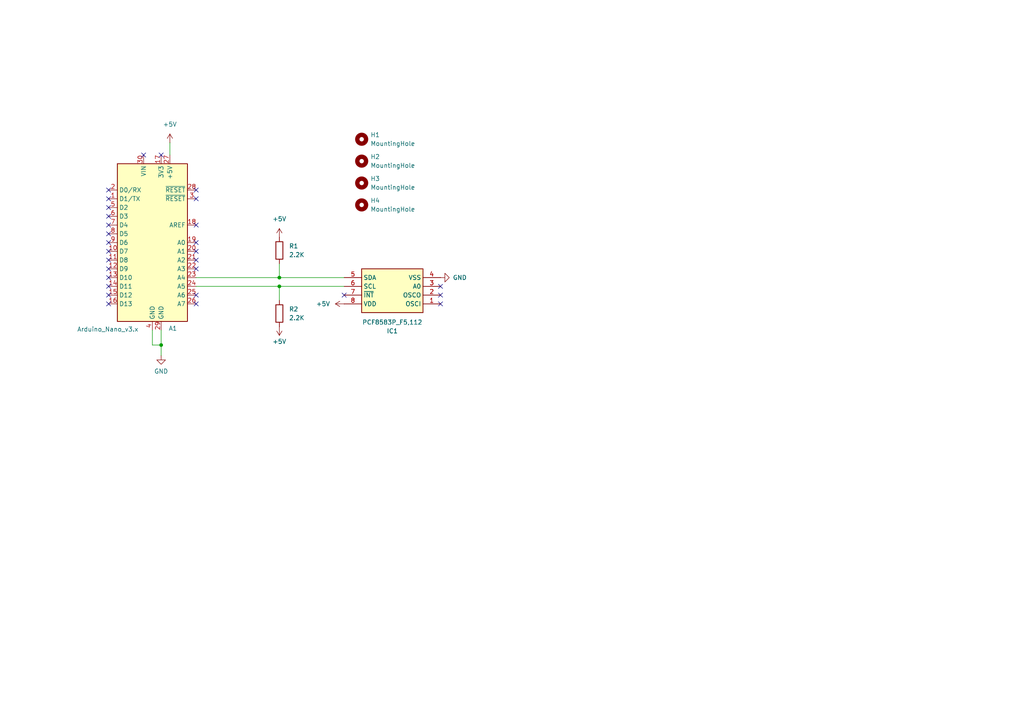
<source format=kicad_sch>
(kicad_sch
	(version 20250114)
	(generator "eeschema")
	(generator_version "9.0")
	(uuid "e08bb17c-82f7-4866-a73f-f46d86d13755")
	(paper "A4")
	(lib_symbols
		(symbol "Device:R"
			(pin_numbers
				(hide yes)
			)
			(pin_names
				(offset 0)
			)
			(exclude_from_sim no)
			(in_bom yes)
			(on_board yes)
			(property "Reference" "R"
				(at 2.032 0 90)
				(effects
					(font
						(size 1.27 1.27)
					)
				)
			)
			(property "Value" "R"
				(at 0 0 90)
				(effects
					(font
						(size 1.27 1.27)
					)
				)
			)
			(property "Footprint" ""
				(at -1.778 0 90)
				(effects
					(font
						(size 1.27 1.27)
					)
					(hide yes)
				)
			)
			(property "Datasheet" "~"
				(at 0 0 0)
				(effects
					(font
						(size 1.27 1.27)
					)
					(hide yes)
				)
			)
			(property "Description" "Resistor"
				(at 0 0 0)
				(effects
					(font
						(size 1.27 1.27)
					)
					(hide yes)
				)
			)
			(property "ki_keywords" "R res resistor"
				(at 0 0 0)
				(effects
					(font
						(size 1.27 1.27)
					)
					(hide yes)
				)
			)
			(property "ki_fp_filters" "R_*"
				(at 0 0 0)
				(effects
					(font
						(size 1.27 1.27)
					)
					(hide yes)
				)
			)
			(symbol "R_0_1"
				(rectangle
					(start -1.016 -2.54)
					(end 1.016 2.54)
					(stroke
						(width 0.254)
						(type default)
					)
					(fill
						(type none)
					)
				)
			)
			(symbol "R_1_1"
				(pin passive line
					(at 0 3.81 270)
					(length 1.27)
					(name "~"
						(effects
							(font
								(size 1.27 1.27)
							)
						)
					)
					(number "1"
						(effects
							(font
								(size 1.27 1.27)
							)
						)
					)
				)
				(pin passive line
					(at 0 -3.81 90)
					(length 1.27)
					(name "~"
						(effects
							(font
								(size 1.27 1.27)
							)
						)
					)
					(number "2"
						(effects
							(font
								(size 1.27 1.27)
							)
						)
					)
				)
			)
			(embedded_fonts no)
		)
		(symbol "MCU_Module:Arduino_Nano_v3.x"
			(exclude_from_sim no)
			(in_bom yes)
			(on_board yes)
			(property "Reference" "A"
				(at -10.16 23.495 0)
				(effects
					(font
						(size 1.27 1.27)
					)
					(justify left bottom)
				)
			)
			(property "Value" "Arduino_Nano_v3.x"
				(at 5.08 -24.13 0)
				(effects
					(font
						(size 1.27 1.27)
					)
					(justify left top)
				)
			)
			(property "Footprint" "Module:Arduino_Nano"
				(at 0 0 0)
				(effects
					(font
						(size 1.27 1.27)
						(italic yes)
					)
					(hide yes)
				)
			)
			(property "Datasheet" "http://www.mouser.com/pdfdocs/Gravitech_Arduino_Nano3_0.pdf"
				(at 0 0 0)
				(effects
					(font
						(size 1.27 1.27)
					)
					(hide yes)
				)
			)
			(property "Description" "Arduino Nano v3.x"
				(at 0 0 0)
				(effects
					(font
						(size 1.27 1.27)
					)
					(hide yes)
				)
			)
			(property "ki_keywords" "Arduino nano microcontroller module USB"
				(at 0 0 0)
				(effects
					(font
						(size 1.27 1.27)
					)
					(hide yes)
				)
			)
			(property "ki_fp_filters" "Arduino*Nano*"
				(at 0 0 0)
				(effects
					(font
						(size 1.27 1.27)
					)
					(hide yes)
				)
			)
			(symbol "Arduino_Nano_v3.x_0_1"
				(rectangle
					(start -10.16 22.86)
					(end 10.16 -22.86)
					(stroke
						(width 0.254)
						(type default)
					)
					(fill
						(type background)
					)
				)
			)
			(symbol "Arduino_Nano_v3.x_1_1"
				(pin bidirectional line
					(at -12.7 15.24 0)
					(length 2.54)
					(name "D0/RX"
						(effects
							(font
								(size 1.27 1.27)
							)
						)
					)
					(number "2"
						(effects
							(font
								(size 1.27 1.27)
							)
						)
					)
				)
				(pin bidirectional line
					(at -12.7 12.7 0)
					(length 2.54)
					(name "D1/TX"
						(effects
							(font
								(size 1.27 1.27)
							)
						)
					)
					(number "1"
						(effects
							(font
								(size 1.27 1.27)
							)
						)
					)
				)
				(pin bidirectional line
					(at -12.7 10.16 0)
					(length 2.54)
					(name "D2"
						(effects
							(font
								(size 1.27 1.27)
							)
						)
					)
					(number "5"
						(effects
							(font
								(size 1.27 1.27)
							)
						)
					)
				)
				(pin bidirectional line
					(at -12.7 7.62 0)
					(length 2.54)
					(name "D3"
						(effects
							(font
								(size 1.27 1.27)
							)
						)
					)
					(number "6"
						(effects
							(font
								(size 1.27 1.27)
							)
						)
					)
				)
				(pin bidirectional line
					(at -12.7 5.08 0)
					(length 2.54)
					(name "D4"
						(effects
							(font
								(size 1.27 1.27)
							)
						)
					)
					(number "7"
						(effects
							(font
								(size 1.27 1.27)
							)
						)
					)
				)
				(pin bidirectional line
					(at -12.7 2.54 0)
					(length 2.54)
					(name "D5"
						(effects
							(font
								(size 1.27 1.27)
							)
						)
					)
					(number "8"
						(effects
							(font
								(size 1.27 1.27)
							)
						)
					)
				)
				(pin bidirectional line
					(at -12.7 0 0)
					(length 2.54)
					(name "D6"
						(effects
							(font
								(size 1.27 1.27)
							)
						)
					)
					(number "9"
						(effects
							(font
								(size 1.27 1.27)
							)
						)
					)
				)
				(pin bidirectional line
					(at -12.7 -2.54 0)
					(length 2.54)
					(name "D7"
						(effects
							(font
								(size 1.27 1.27)
							)
						)
					)
					(number "10"
						(effects
							(font
								(size 1.27 1.27)
							)
						)
					)
				)
				(pin bidirectional line
					(at -12.7 -5.08 0)
					(length 2.54)
					(name "D8"
						(effects
							(font
								(size 1.27 1.27)
							)
						)
					)
					(number "11"
						(effects
							(font
								(size 1.27 1.27)
							)
						)
					)
				)
				(pin bidirectional line
					(at -12.7 -7.62 0)
					(length 2.54)
					(name "D9"
						(effects
							(font
								(size 1.27 1.27)
							)
						)
					)
					(number "12"
						(effects
							(font
								(size 1.27 1.27)
							)
						)
					)
				)
				(pin bidirectional line
					(at -12.7 -10.16 0)
					(length 2.54)
					(name "D10"
						(effects
							(font
								(size 1.27 1.27)
							)
						)
					)
					(number "13"
						(effects
							(font
								(size 1.27 1.27)
							)
						)
					)
				)
				(pin bidirectional line
					(at -12.7 -12.7 0)
					(length 2.54)
					(name "D11"
						(effects
							(font
								(size 1.27 1.27)
							)
						)
					)
					(number "14"
						(effects
							(font
								(size 1.27 1.27)
							)
						)
					)
				)
				(pin bidirectional line
					(at -12.7 -15.24 0)
					(length 2.54)
					(name "D12"
						(effects
							(font
								(size 1.27 1.27)
							)
						)
					)
					(number "15"
						(effects
							(font
								(size 1.27 1.27)
							)
						)
					)
				)
				(pin bidirectional line
					(at -12.7 -17.78 0)
					(length 2.54)
					(name "D13"
						(effects
							(font
								(size 1.27 1.27)
							)
						)
					)
					(number "16"
						(effects
							(font
								(size 1.27 1.27)
							)
						)
					)
				)
				(pin power_in line
					(at -2.54 25.4 270)
					(length 2.54)
					(name "VIN"
						(effects
							(font
								(size 1.27 1.27)
							)
						)
					)
					(number "30"
						(effects
							(font
								(size 1.27 1.27)
							)
						)
					)
				)
				(pin power_in line
					(at 0 -25.4 90)
					(length 2.54)
					(name "GND"
						(effects
							(font
								(size 1.27 1.27)
							)
						)
					)
					(number "4"
						(effects
							(font
								(size 1.27 1.27)
							)
						)
					)
				)
				(pin power_out line
					(at 2.54 25.4 270)
					(length 2.54)
					(name "3V3"
						(effects
							(font
								(size 1.27 1.27)
							)
						)
					)
					(number "17"
						(effects
							(font
								(size 1.27 1.27)
							)
						)
					)
				)
				(pin power_in line
					(at 2.54 -25.4 90)
					(length 2.54)
					(name "GND"
						(effects
							(font
								(size 1.27 1.27)
							)
						)
					)
					(number "29"
						(effects
							(font
								(size 1.27 1.27)
							)
						)
					)
				)
				(pin power_out line
					(at 5.08 25.4 270)
					(length 2.54)
					(name "+5V"
						(effects
							(font
								(size 1.27 1.27)
							)
						)
					)
					(number "27"
						(effects
							(font
								(size 1.27 1.27)
							)
						)
					)
				)
				(pin input line
					(at 12.7 15.24 180)
					(length 2.54)
					(name "~{RESET}"
						(effects
							(font
								(size 1.27 1.27)
							)
						)
					)
					(number "28"
						(effects
							(font
								(size 1.27 1.27)
							)
						)
					)
				)
				(pin input line
					(at 12.7 12.7 180)
					(length 2.54)
					(name "~{RESET}"
						(effects
							(font
								(size 1.27 1.27)
							)
						)
					)
					(number "3"
						(effects
							(font
								(size 1.27 1.27)
							)
						)
					)
				)
				(pin input line
					(at 12.7 5.08 180)
					(length 2.54)
					(name "AREF"
						(effects
							(font
								(size 1.27 1.27)
							)
						)
					)
					(number "18"
						(effects
							(font
								(size 1.27 1.27)
							)
						)
					)
				)
				(pin bidirectional line
					(at 12.7 0 180)
					(length 2.54)
					(name "A0"
						(effects
							(font
								(size 1.27 1.27)
							)
						)
					)
					(number "19"
						(effects
							(font
								(size 1.27 1.27)
							)
						)
					)
				)
				(pin bidirectional line
					(at 12.7 -2.54 180)
					(length 2.54)
					(name "A1"
						(effects
							(font
								(size 1.27 1.27)
							)
						)
					)
					(number "20"
						(effects
							(font
								(size 1.27 1.27)
							)
						)
					)
				)
				(pin bidirectional line
					(at 12.7 -5.08 180)
					(length 2.54)
					(name "A2"
						(effects
							(font
								(size 1.27 1.27)
							)
						)
					)
					(number "21"
						(effects
							(font
								(size 1.27 1.27)
							)
						)
					)
				)
				(pin bidirectional line
					(at 12.7 -7.62 180)
					(length 2.54)
					(name "A3"
						(effects
							(font
								(size 1.27 1.27)
							)
						)
					)
					(number "22"
						(effects
							(font
								(size 1.27 1.27)
							)
						)
					)
				)
				(pin bidirectional line
					(at 12.7 -10.16 180)
					(length 2.54)
					(name "A4"
						(effects
							(font
								(size 1.27 1.27)
							)
						)
					)
					(number "23"
						(effects
							(font
								(size 1.27 1.27)
							)
						)
					)
				)
				(pin bidirectional line
					(at 12.7 -12.7 180)
					(length 2.54)
					(name "A5"
						(effects
							(font
								(size 1.27 1.27)
							)
						)
					)
					(number "24"
						(effects
							(font
								(size 1.27 1.27)
							)
						)
					)
				)
				(pin bidirectional line
					(at 12.7 -15.24 180)
					(length 2.54)
					(name "A6"
						(effects
							(font
								(size 1.27 1.27)
							)
						)
					)
					(number "25"
						(effects
							(font
								(size 1.27 1.27)
							)
						)
					)
				)
				(pin bidirectional line
					(at 12.7 -17.78 180)
					(length 2.54)
					(name "A7"
						(effects
							(font
								(size 1.27 1.27)
							)
						)
					)
					(number "26"
						(effects
							(font
								(size 1.27 1.27)
							)
						)
					)
				)
			)
			(embedded_fonts no)
		)
		(symbol "Mechanical:MountingHole"
			(pin_names
				(offset 1.016)
			)
			(exclude_from_sim no)
			(in_bom yes)
			(on_board yes)
			(property "Reference" "H"
				(at 0 5.08 0)
				(effects
					(font
						(size 1.27 1.27)
					)
				)
			)
			(property "Value" "MountingHole"
				(at 0 3.175 0)
				(effects
					(font
						(size 1.27 1.27)
					)
				)
			)
			(property "Footprint" ""
				(at 0 0 0)
				(effects
					(font
						(size 1.27 1.27)
					)
					(hide yes)
				)
			)
			(property "Datasheet" "~"
				(at 0 0 0)
				(effects
					(font
						(size 1.27 1.27)
					)
					(hide yes)
				)
			)
			(property "Description" "Mounting Hole without connection"
				(at 0 0 0)
				(effects
					(font
						(size 1.27 1.27)
					)
					(hide yes)
				)
			)
			(property "ki_keywords" "mounting hole"
				(at 0 0 0)
				(effects
					(font
						(size 1.27 1.27)
					)
					(hide yes)
				)
			)
			(property "ki_fp_filters" "MountingHole*"
				(at 0 0 0)
				(effects
					(font
						(size 1.27 1.27)
					)
					(hide yes)
				)
			)
			(symbol "MountingHole_0_1"
				(circle
					(center 0 0)
					(radius 1.27)
					(stroke
						(width 1.27)
						(type default)
					)
					(fill
						(type none)
					)
				)
			)
			(embedded_fonts no)
		)
		(symbol "My Symbols:PCF8583P_F5,112"
			(exclude_from_sim no)
			(in_bom yes)
			(on_board yes)
			(property "Reference" "IC"
				(at 13.208 6.604 0)
				(effects
					(font
						(size 1.27 1.27)
					)
					(justify left top)
				)
			)
			(property "Value" "PCF8583P_F5,112"
				(at 5.588 4.826 0)
				(effects
					(font
						(size 1.27 1.27)
					)
					(justify left top)
				)
			)
			(property "Footprint" "DIP802W53P254L950H420Q8N"
				(at 24.13 -94.92 0)
				(effects
					(font
						(size 1.27 1.27)
					)
					(justify left top)
					(hide yes)
				)
			)
			(property "Datasheet" "https://www.nxp.com/docs/en/data-sheet/PCF8583.pdf"
				(at 24.13 -194.92 0)
				(effects
					(font
						(size 1.27 1.27)
					)
					(justify left top)
					(hide yes)
				)
			)
			(property "Description" "Real Time Clock (RTC) IC Clock/Calendar 240B IC, 2-Wire Serial 8-DIP (0.300\", 7.62mm)"
				(at 0 0 0)
				(effects
					(font
						(size 1.27 1.27)
					)
					(hide yes)
				)
			)
			(property "Height" "4.2"
				(at 24.13 -394.92 0)
				(effects
					(font
						(size 1.27 1.27)
					)
					(justify left top)
					(hide yes)
				)
			)
			(property "Mouser Part Number" "771-PCF8583PN"
				(at 24.13 -494.92 0)
				(effects
					(font
						(size 1.27 1.27)
					)
					(justify left top)
					(hide yes)
				)
			)
			(property "Mouser Price/Stock" "https://www.mouser.co.uk/ProductDetail/NXP-Semiconductors/PCF8583P-F5112?qs=LOCUfHb8d9vWm3zvkCq8uA%3D%3D"
				(at 24.13 -594.92 0)
				(effects
					(font
						(size 1.27 1.27)
					)
					(justify left top)
					(hide yes)
				)
			)
			(property "Manufacturer_Name" "NXP"
				(at 24.13 -694.92 0)
				(effects
					(font
						(size 1.27 1.27)
					)
					(justify left top)
					(hide yes)
				)
			)
			(property "Manufacturer_Part_Number" "PCF8583P/F5,112"
				(at 24.13 -794.92 0)
				(effects
					(font
						(size 1.27 1.27)
					)
					(justify left top)
					(hide yes)
				)
			)
			(symbol "PCF8583P_F5,112_1_1"
				(rectangle
					(start 5.08 2.54)
					(end 22.86 -10.16)
					(stroke
						(width 0.254)
						(type default)
					)
					(fill
						(type background)
					)
				)
				(pin passive line
					(at 0 0 0)
					(length 5.08)
					(name "OSCI"
						(effects
							(font
								(size 1.27 1.27)
							)
						)
					)
					(number "1"
						(effects
							(font
								(size 1.27 1.27)
							)
						)
					)
				)
				(pin passive line
					(at 0 -2.54 0)
					(length 5.08)
					(name "OSCO"
						(effects
							(font
								(size 1.27 1.27)
							)
						)
					)
					(number "2"
						(effects
							(font
								(size 1.27 1.27)
							)
						)
					)
				)
				(pin passive line
					(at 0 -5.08 0)
					(length 5.08)
					(name "A0"
						(effects
							(font
								(size 1.27 1.27)
							)
						)
					)
					(number "3"
						(effects
							(font
								(size 1.27 1.27)
							)
						)
					)
				)
				(pin passive line
					(at 0 -7.62 0)
					(length 5.08)
					(name "VSS"
						(effects
							(font
								(size 1.27 1.27)
							)
						)
					)
					(number "4"
						(effects
							(font
								(size 1.27 1.27)
							)
						)
					)
				)
				(pin passive line
					(at 27.94 0 180)
					(length 5.08)
					(name "VDD"
						(effects
							(font
								(size 1.27 1.27)
							)
						)
					)
					(number "8"
						(effects
							(font
								(size 1.27 1.27)
							)
						)
					)
				)
				(pin passive line
					(at 27.94 -2.54 180)
					(length 5.08)
					(name "~{INT}"
						(effects
							(font
								(size 1.27 1.27)
							)
						)
					)
					(number "7"
						(effects
							(font
								(size 1.27 1.27)
							)
						)
					)
				)
				(pin passive line
					(at 27.94 -5.08 180)
					(length 5.08)
					(name "SCL"
						(effects
							(font
								(size 1.27 1.27)
							)
						)
					)
					(number "6"
						(effects
							(font
								(size 1.27 1.27)
							)
						)
					)
				)
				(pin passive line
					(at 27.94 -7.62 180)
					(length 5.08)
					(name "SDA"
						(effects
							(font
								(size 1.27 1.27)
							)
						)
					)
					(number "5"
						(effects
							(font
								(size 1.27 1.27)
							)
						)
					)
				)
			)
			(embedded_fonts no)
		)
		(symbol "power:+5V"
			(power)
			(pin_numbers
				(hide yes)
			)
			(pin_names
				(offset 0)
				(hide yes)
			)
			(exclude_from_sim no)
			(in_bom yes)
			(on_board yes)
			(property "Reference" "#PWR"
				(at 0 -3.81 0)
				(effects
					(font
						(size 1.27 1.27)
					)
					(hide yes)
				)
			)
			(property "Value" "+5V"
				(at 0 3.556 0)
				(effects
					(font
						(size 1.27 1.27)
					)
				)
			)
			(property "Footprint" ""
				(at 0 0 0)
				(effects
					(font
						(size 1.27 1.27)
					)
					(hide yes)
				)
			)
			(property "Datasheet" ""
				(at 0 0 0)
				(effects
					(font
						(size 1.27 1.27)
					)
					(hide yes)
				)
			)
			(property "Description" "Power symbol creates a global label with name \"+5V\""
				(at 0 0 0)
				(effects
					(font
						(size 1.27 1.27)
					)
					(hide yes)
				)
			)
			(property "ki_keywords" "global power"
				(at 0 0 0)
				(effects
					(font
						(size 1.27 1.27)
					)
					(hide yes)
				)
			)
			(symbol "+5V_0_1"
				(polyline
					(pts
						(xy -0.762 1.27) (xy 0 2.54)
					)
					(stroke
						(width 0)
						(type default)
					)
					(fill
						(type none)
					)
				)
				(polyline
					(pts
						(xy 0 2.54) (xy 0.762 1.27)
					)
					(stroke
						(width 0)
						(type default)
					)
					(fill
						(type none)
					)
				)
				(polyline
					(pts
						(xy 0 0) (xy 0 2.54)
					)
					(stroke
						(width 0)
						(type default)
					)
					(fill
						(type none)
					)
				)
			)
			(symbol "+5V_1_1"
				(pin power_in line
					(at 0 0 90)
					(length 0)
					(name "~"
						(effects
							(font
								(size 1.27 1.27)
							)
						)
					)
					(number "1"
						(effects
							(font
								(size 1.27 1.27)
							)
						)
					)
				)
			)
			(embedded_fonts no)
		)
		(symbol "power:GND"
			(power)
			(pin_numbers
				(hide yes)
			)
			(pin_names
				(offset 0)
				(hide yes)
			)
			(exclude_from_sim no)
			(in_bom yes)
			(on_board yes)
			(property "Reference" "#PWR"
				(at 0 -6.35 0)
				(effects
					(font
						(size 1.27 1.27)
					)
					(hide yes)
				)
			)
			(property "Value" "GND"
				(at 0 -3.81 0)
				(effects
					(font
						(size 1.27 1.27)
					)
				)
			)
			(property "Footprint" ""
				(at 0 0 0)
				(effects
					(font
						(size 1.27 1.27)
					)
					(hide yes)
				)
			)
			(property "Datasheet" ""
				(at 0 0 0)
				(effects
					(font
						(size 1.27 1.27)
					)
					(hide yes)
				)
			)
			(property "Description" "Power symbol creates a global label with name \"GND\" , ground"
				(at 0 0 0)
				(effects
					(font
						(size 1.27 1.27)
					)
					(hide yes)
				)
			)
			(property "ki_keywords" "global power"
				(at 0 0 0)
				(effects
					(font
						(size 1.27 1.27)
					)
					(hide yes)
				)
			)
			(symbol "GND_0_1"
				(polyline
					(pts
						(xy 0 0) (xy 0 -1.27) (xy 1.27 -1.27) (xy 0 -2.54) (xy -1.27 -1.27) (xy 0 -1.27)
					)
					(stroke
						(width 0)
						(type default)
					)
					(fill
						(type none)
					)
				)
			)
			(symbol "GND_1_1"
				(pin power_in line
					(at 0 0 270)
					(length 0)
					(name "~"
						(effects
							(font
								(size 1.27 1.27)
							)
						)
					)
					(number "1"
						(effects
							(font
								(size 1.27 1.27)
							)
						)
					)
				)
			)
			(embedded_fonts no)
		)
	)
	(junction
		(at 81.026 80.518)
		(diameter 0)
		(color 0 0 0 0)
		(uuid "0a47a403-fed7-4f1b-a1e1-359fdb3f579f")
	)
	(junction
		(at 81.026 83.058)
		(diameter 0)
		(color 0 0 0 0)
		(uuid "448b0854-01f1-4bc1-8d92-2e812ceb89f0")
	)
	(junction
		(at 46.736 100.076)
		(diameter 0)
		(color 0 0 0 0)
		(uuid "d26a66d0-0c03-4a81-9c4d-f7251ea9797f")
	)
	(no_connect
		(at 31.496 67.818)
		(uuid "0a23cb1f-7662-4c78-a22b-f8d82942d706")
	)
	(no_connect
		(at 56.896 88.138)
		(uuid "27815ca9-aaa0-4cb9-997c-fa561e579098")
	)
	(no_connect
		(at 56.896 65.278)
		(uuid "299cf083-f1ae-4699-bc33-605fa69fd550")
	)
	(no_connect
		(at 31.496 77.978)
		(uuid "2f9017d9-7b3f-4445-a100-51dbfc1fc9f9")
	)
	(no_connect
		(at 31.496 88.138)
		(uuid "2fee35be-5525-40da-8a12-1c626ddea53c")
	)
	(no_connect
		(at 56.896 70.358)
		(uuid "327ed6b3-f90e-40b0-88bc-6dea17c732b7")
	)
	(no_connect
		(at 127.762 83.058)
		(uuid "3a615ae7-a1fb-444d-b039-5ca6e7d02cac")
	)
	(no_connect
		(at 56.896 57.658)
		(uuid "41557612-5287-40e7-85c9-1d7a51b7f8ea")
	)
	(no_connect
		(at 56.896 75.438)
		(uuid "451a871b-f106-44a2-a670-f4cb77ebb6f6")
	)
	(no_connect
		(at 56.896 72.898)
		(uuid "4dcffca6-cc4b-46a7-b86d-53e3333e326f")
	)
	(no_connect
		(at 31.496 85.598)
		(uuid "53b0db93-4f22-4974-b4ab-c855ccb85252")
	)
	(no_connect
		(at 31.496 57.658)
		(uuid "5a02da93-4945-497d-a9f6-0ea78e9dbbe0")
	)
	(no_connect
		(at 41.656 44.958)
		(uuid "6ad8bbdc-2d21-4b20-8122-668eaef6a6dc")
	)
	(no_connect
		(at 56.896 85.598)
		(uuid "78e109d8-7f17-45ba-89e2-e4d278363613")
	)
	(no_connect
		(at 99.822 85.598)
		(uuid "7a186b65-8622-43ba-aa34-1edde2aa87f1")
	)
	(no_connect
		(at 31.496 75.438)
		(uuid "801219f9-a113-41f7-90b3-f49d3b9c62c5")
	)
	(no_connect
		(at 56.896 77.978)
		(uuid "8b0c8fb7-a063-429f-9c10-7bf2c0eb75c8")
	)
	(no_connect
		(at 127.762 88.138)
		(uuid "937901c6-2139-4069-a07f-ec1721cf92d6")
	)
	(no_connect
		(at 31.496 80.518)
		(uuid "9430baa4-d156-414d-a439-9c9fdde90842")
	)
	(no_connect
		(at 31.496 70.358)
		(uuid "9d114e73-3985-45de-83b1-2c2f113602a4")
	)
	(no_connect
		(at 31.496 62.738)
		(uuid "a17fe4d4-1dbd-4061-a356-cbdf9e822a7c")
	)
	(no_connect
		(at 46.736 44.958)
		(uuid "ab31eb06-272c-4844-90d2-7247b43cfd9b")
	)
	(no_connect
		(at 31.496 83.058)
		(uuid "ac2efcb8-432b-46b3-81e5-2354b9b9827c")
	)
	(no_connect
		(at 127.762 85.598)
		(uuid "b61b008e-8e98-433c-bf50-5c846b07e751")
	)
	(no_connect
		(at 31.496 55.118)
		(uuid "b80e7fb9-4b3f-4a00-92d1-eb92d0fc01b6")
	)
	(no_connect
		(at 31.496 72.898)
		(uuid "cfcd8f6b-0d5e-43bd-a398-f06c610687d3")
	)
	(no_connect
		(at 56.896 55.118)
		(uuid "ec9ff19b-1957-4656-bdce-5bda95dcb3ff")
	)
	(no_connect
		(at 31.496 60.198)
		(uuid "f5d6ba12-116a-4c42-a244-19f89ea3c843")
	)
	(no_connect
		(at 31.496 65.278)
		(uuid "f86d6226-1679-4941-b874-4e7262791151")
	)
	(wire
		(pts
			(xy 49.276 41.402) (xy 49.276 44.958)
		)
		(stroke
			(width 0)
			(type default)
		)
		(uuid "1a57876e-c8a5-4db2-97a1-22d5570a388e")
	)
	(wire
		(pts
			(xy 44.196 95.758) (xy 44.196 100.076)
		)
		(stroke
			(width 0)
			(type default)
		)
		(uuid "1c9c0316-9c70-4f7a-bf8f-ab2958cdf109")
	)
	(wire
		(pts
			(xy 46.736 100.076) (xy 46.736 103.124)
		)
		(stroke
			(width 0)
			(type default)
		)
		(uuid "29ea7e5b-c97c-456d-981d-506ae9d4dde2")
	)
	(wire
		(pts
			(xy 99.822 83.058) (xy 81.026 83.058)
		)
		(stroke
			(width 0)
			(type default)
		)
		(uuid "5d065ed5-73fc-4b9f-83e1-a370f90a3c15")
	)
	(wire
		(pts
			(xy 81.026 83.058) (xy 56.896 83.058)
		)
		(stroke
			(width 0)
			(type default)
		)
		(uuid "70d44127-3690-4a31-8ef3-f3fb8696f836")
	)
	(wire
		(pts
			(xy 81.026 80.518) (xy 56.896 80.518)
		)
		(stroke
			(width 0)
			(type default)
		)
		(uuid "aa52df38-e45b-45d9-9296-78513004bd84")
	)
	(wire
		(pts
			(xy 81.026 76.454) (xy 81.026 80.518)
		)
		(stroke
			(width 0)
			(type default)
		)
		(uuid "b393627b-874d-46ef-9b8e-c5ba361fe1c4")
	)
	(wire
		(pts
			(xy 46.736 95.758) (xy 46.736 100.076)
		)
		(stroke
			(width 0)
			(type default)
		)
		(uuid "b9267bda-de4f-475a-9557-e748e565aa64")
	)
	(wire
		(pts
			(xy 81.026 83.058) (xy 81.026 87.122)
		)
		(stroke
			(width 0)
			(type default)
		)
		(uuid "c80c35b5-ccd6-488e-8b6e-d42e10f1c3dd")
	)
	(wire
		(pts
			(xy 44.196 100.076) (xy 46.736 100.076)
		)
		(stroke
			(width 0)
			(type default)
		)
		(uuid "ce677485-4eb2-4c0b-ba1a-0b53769154fb")
	)
	(wire
		(pts
			(xy 99.822 80.518) (xy 81.026 80.518)
		)
		(stroke
			(width 0)
			(type default)
		)
		(uuid "fbc767d2-1066-42f7-b158-76e60723b5cf")
	)
	(symbol
		(lib_id "power:+5V")
		(at 99.822 88.138 90)
		(unit 1)
		(exclude_from_sim no)
		(in_bom yes)
		(on_board yes)
		(dnp no)
		(fields_autoplaced yes)
		(uuid "0d9c9e3b-8ebb-4e0e-86ad-9f7a0f8bd695")
		(property "Reference" "#PWR06"
			(at 103.632 88.138 0)
			(effects
				(font
					(size 1.27 1.27)
				)
				(hide yes)
			)
		)
		(property "Value" "+5V"
			(at 95.758 88.1379 90)
			(effects
				(font
					(size 1.27 1.27)
				)
				(justify left)
			)
		)
		(property "Footprint" ""
			(at 99.822 88.138 0)
			(effects
				(font
					(size 1.27 1.27)
				)
				(hide yes)
			)
		)
		(property "Datasheet" ""
			(at 99.822 88.138 0)
			(effects
				(font
					(size 1.27 1.27)
				)
				(hide yes)
			)
		)
		(property "Description" "Power symbol creates a global label with name \"+5V\""
			(at 99.822 88.138 0)
			(effects
				(font
					(size 1.27 1.27)
				)
				(hide yes)
			)
		)
		(pin "1"
			(uuid "ad2f622d-fd86-476f-9c2b-7c0b82fd87b9")
		)
		(instances
			(project "RTC Tester"
				(path "/e08bb17c-82f7-4866-a73f-f46d86d13755"
					(reference "#PWR06")
					(unit 1)
				)
			)
		)
	)
	(symbol
		(lib_id "Mechanical:MountingHole")
		(at 104.902 53.086 0)
		(unit 1)
		(exclude_from_sim no)
		(in_bom yes)
		(on_board yes)
		(dnp no)
		(fields_autoplaced yes)
		(uuid "11c927b0-2061-4f82-9590-1190e3ab3888")
		(property "Reference" "H3"
			(at 107.442 51.8159 0)
			(effects
				(font
					(size 1.27 1.27)
				)
				(justify left)
			)
		)
		(property "Value" "MountingHole"
			(at 107.442 54.3559 0)
			(effects
				(font
					(size 1.27 1.27)
				)
				(justify left)
			)
		)
		(property "Footprint" "MountingHole:MountingHole_3.2mm_M3"
			(at 104.902 53.086 0)
			(effects
				(font
					(size 1.27 1.27)
				)
				(hide yes)
			)
		)
		(property "Datasheet" "~"
			(at 104.902 53.086 0)
			(effects
				(font
					(size 1.27 1.27)
				)
				(hide yes)
			)
		)
		(property "Description" "Mounting Hole without connection"
			(at 104.902 53.086 0)
			(effects
				(font
					(size 1.27 1.27)
				)
				(hide yes)
			)
		)
		(instances
			(project "RTC Tester"
				(path "/e08bb17c-82f7-4866-a73f-f46d86d13755"
					(reference "H3")
					(unit 1)
				)
			)
		)
	)
	(symbol
		(lib_id "power:+5V")
		(at 49.276 41.402 0)
		(unit 1)
		(exclude_from_sim no)
		(in_bom yes)
		(on_board yes)
		(dnp no)
		(fields_autoplaced yes)
		(uuid "13c6b0c2-a7fe-4e07-a3a6-692af24a7f2b")
		(property "Reference" "#PWR01"
			(at 49.276 45.212 0)
			(effects
				(font
					(size 1.27 1.27)
				)
				(hide yes)
			)
		)
		(property "Value" "+5V"
			(at 49.276 36.068 0)
			(effects
				(font
					(size 1.27 1.27)
				)
			)
		)
		(property "Footprint" ""
			(at 49.276 41.402 0)
			(effects
				(font
					(size 1.27 1.27)
				)
				(hide yes)
			)
		)
		(property "Datasheet" ""
			(at 49.276 41.402 0)
			(effects
				(font
					(size 1.27 1.27)
				)
				(hide yes)
			)
		)
		(property "Description" "Power symbol creates a global label with name \"+5V\""
			(at 49.276 41.402 0)
			(effects
				(font
					(size 1.27 1.27)
				)
				(hide yes)
			)
		)
		(pin "1"
			(uuid "2377001a-67fe-4b70-904c-371312b1039a")
		)
		(instances
			(project ""
				(path "/e08bb17c-82f7-4866-a73f-f46d86d13755"
					(reference "#PWR01")
					(unit 1)
				)
			)
		)
	)
	(symbol
		(lib_id "Mechanical:MountingHole")
		(at 104.902 40.386 0)
		(unit 1)
		(exclude_from_sim no)
		(in_bom yes)
		(on_board yes)
		(dnp no)
		(fields_autoplaced yes)
		(uuid "2ca473f5-c73f-4826-b9b0-ca82eef6beef")
		(property "Reference" "H1"
			(at 107.442 39.1159 0)
			(effects
				(font
					(size 1.27 1.27)
				)
				(justify left)
			)
		)
		(property "Value" "MountingHole"
			(at 107.442 41.6559 0)
			(effects
				(font
					(size 1.27 1.27)
				)
				(justify left)
			)
		)
		(property "Footprint" "MountingHole:MountingHole_3.2mm_M3"
			(at 104.902 40.386 0)
			(effects
				(font
					(size 1.27 1.27)
				)
				(hide yes)
			)
		)
		(property "Datasheet" "~"
			(at 104.902 40.386 0)
			(effects
				(font
					(size 1.27 1.27)
				)
				(hide yes)
			)
		)
		(property "Description" "Mounting Hole without connection"
			(at 104.902 40.386 0)
			(effects
				(font
					(size 1.27 1.27)
				)
				(hide yes)
			)
		)
		(instances
			(project "RTC Tester"
				(path "/e08bb17c-82f7-4866-a73f-f46d86d13755"
					(reference "H1")
					(unit 1)
				)
			)
		)
	)
	(symbol
		(lib_id "My Symbols:PCF8583P_F5,112")
		(at 127.762 88.138 180)
		(unit 1)
		(exclude_from_sim no)
		(in_bom yes)
		(on_board yes)
		(dnp no)
		(uuid "4a575195-0f82-4e9b-a51d-1f8f2c8a96e3")
		(property "Reference" "IC1"
			(at 113.792 96.012 0)
			(effects
				(font
					(size 1.27 1.27)
				)
			)
		)
		(property "Value" "PCF8583P_F5,112"
			(at 113.792 93.472 0)
			(effects
				(font
					(size 1.27 1.27)
				)
			)
		)
		(property "Footprint" "My Footprint Library:ZIF16_TO_PCF8583"
			(at 103.632 -6.782 0)
			(effects
				(font
					(size 1.27 1.27)
				)
				(justify left top)
				(hide yes)
			)
		)
		(property "Datasheet" "https://www.nxp.com/docs/en/data-sheet/PCF8583.pdf"
			(at 103.632 -106.782 0)
			(effects
				(font
					(size 1.27 1.27)
				)
				(justify left top)
				(hide yes)
			)
		)
		(property "Description" "Real Time Clock (RTC) IC Clock/Calendar 240B IC, 2-Wire Serial 8-DIP (0.300\", 7.62mm)"
			(at 127.762 88.138 0)
			(effects
				(font
					(size 1.27 1.27)
				)
				(hide yes)
			)
		)
		(property "Height" "4.2"
			(at 103.632 -306.782 0)
			(effects
				(font
					(size 1.27 1.27)
				)
				(justify left top)
				(hide yes)
			)
		)
		(property "Mouser Part Number" "771-PCF8583PN"
			(at 103.632 -406.782 0)
			(effects
				(font
					(size 1.27 1.27)
				)
				(justify left top)
				(hide yes)
			)
		)
		(property "Mouser Price/Stock" "https://www.mouser.co.uk/ProductDetail/NXP-Semiconductors/PCF8583P-F5112?qs=LOCUfHb8d9vWm3zvkCq8uA%3D%3D"
			(at 103.632 -506.782 0)
			(effects
				(font
					(size 1.27 1.27)
				)
				(justify left top)
				(hide yes)
			)
		)
		(property "Manufacturer_Name" "NXP"
			(at 103.632 -606.782 0)
			(effects
				(font
					(size 1.27 1.27)
				)
				(justify left top)
				(hide yes)
			)
		)
		(property "Manufacturer_Part_Number" "PCF8583P/F5,112"
			(at 103.632 -706.782 0)
			(effects
				(font
					(size 1.27 1.27)
				)
				(justify left top)
				(hide yes)
			)
		)
		(pin "2"
			(uuid "a964c57d-38ac-4c03-9de4-9b10593b2e38")
		)
		(pin "1"
			(uuid "b43e15cf-94a2-48c3-924d-bf88dbdd0f96")
		)
		(pin "3"
			(uuid "ebf35d4e-daed-47ba-ba43-998b6e6583fc")
		)
		(pin "4"
			(uuid "64718661-8440-40a3-b550-ce1a206abd9c")
		)
		(pin "5"
			(uuid "90b54c25-9577-4853-933a-48ce9894eeb9")
		)
		(pin "8"
			(uuid "407a7117-2c2a-4dcf-b80c-2cdfe9ecd4dd")
		)
		(pin "6"
			(uuid "780e1e04-2eb6-42fb-a385-1acdffce32f4")
		)
		(pin "7"
			(uuid "4aeb04ba-f8c4-4f72-951f-c049ab86a94e")
		)
		(instances
			(project ""
				(path "/e08bb17c-82f7-4866-a73f-f46d86d13755"
					(reference "IC1")
					(unit 1)
				)
			)
		)
	)
	(symbol
		(lib_id "power:GND")
		(at 127.762 80.518 90)
		(unit 1)
		(exclude_from_sim no)
		(in_bom yes)
		(on_board yes)
		(dnp no)
		(fields_autoplaced yes)
		(uuid "5adbbc70-df28-41a8-884b-f7765a176a4f")
		(property "Reference" "#PWR05"
			(at 134.112 80.518 0)
			(effects
				(font
					(size 1.27 1.27)
				)
				(hide yes)
			)
		)
		(property "Value" "GND"
			(at 131.318 80.5179 90)
			(effects
				(font
					(size 1.27 1.27)
				)
				(justify right)
			)
		)
		(property "Footprint" ""
			(at 127.762 80.518 0)
			(effects
				(font
					(size 1.27 1.27)
				)
				(hide yes)
			)
		)
		(property "Datasheet" ""
			(at 127.762 80.518 0)
			(effects
				(font
					(size 1.27 1.27)
				)
				(hide yes)
			)
		)
		(property "Description" "Power symbol creates a global label with name \"GND\" , ground"
			(at 127.762 80.518 0)
			(effects
				(font
					(size 1.27 1.27)
				)
				(hide yes)
			)
		)
		(pin "1"
			(uuid "a728bae5-4a32-4eb6-a2ef-4059730c4777")
		)
		(instances
			(project "RTC Tester"
				(path "/e08bb17c-82f7-4866-a73f-f46d86d13755"
					(reference "#PWR05")
					(unit 1)
				)
			)
		)
	)
	(symbol
		(lib_id "Device:R")
		(at 81.026 72.644 0)
		(unit 1)
		(exclude_from_sim no)
		(in_bom yes)
		(on_board yes)
		(dnp no)
		(fields_autoplaced yes)
		(uuid "5f849eea-2b29-4615-995f-c9da232a7146")
		(property "Reference" "R1"
			(at 83.82 71.3739 0)
			(effects
				(font
					(size 1.27 1.27)
				)
				(justify left)
			)
		)
		(property "Value" "2.2K"
			(at 83.82 73.9139 0)
			(effects
				(font
					(size 1.27 1.27)
				)
				(justify left)
			)
		)
		(property "Footprint" "Resistor_THT:R_Axial_DIN0207_L6.3mm_D2.5mm_P10.16mm_Horizontal"
			(at 79.248 72.644 90)
			(effects
				(font
					(size 1.27 1.27)
				)
				(hide yes)
			)
		)
		(property "Datasheet" "~"
			(at 81.026 72.644 0)
			(effects
				(font
					(size 1.27 1.27)
				)
				(hide yes)
			)
		)
		(property "Description" "Resistor"
			(at 81.026 72.644 0)
			(effects
				(font
					(size 1.27 1.27)
				)
				(hide yes)
			)
		)
		(pin "2"
			(uuid "1945c418-ef38-49ad-beff-d752235e6b15")
		)
		(pin "1"
			(uuid "a638a35f-b069-4b3c-8e86-d965ea5f2231")
		)
		(instances
			(project ""
				(path "/e08bb17c-82f7-4866-a73f-f46d86d13755"
					(reference "R1")
					(unit 1)
				)
			)
		)
	)
	(symbol
		(lib_id "Mechanical:MountingHole")
		(at 104.902 46.736 0)
		(unit 1)
		(exclude_from_sim no)
		(in_bom yes)
		(on_board yes)
		(dnp no)
		(fields_autoplaced yes)
		(uuid "82deadfe-d9cc-4aa9-9c6b-5b5ab7202473")
		(property "Reference" "H2"
			(at 107.442 45.4659 0)
			(effects
				(font
					(size 1.27 1.27)
				)
				(justify left)
			)
		)
		(property "Value" "MountingHole"
			(at 107.442 48.0059 0)
			(effects
				(font
					(size 1.27 1.27)
				)
				(justify left)
			)
		)
		(property "Footprint" "MountingHole:MountingHole_3.2mm_M3"
			(at 104.902 46.736 0)
			(effects
				(font
					(size 1.27 1.27)
				)
				(hide yes)
			)
		)
		(property "Datasheet" "~"
			(at 104.902 46.736 0)
			(effects
				(font
					(size 1.27 1.27)
				)
				(hide yes)
			)
		)
		(property "Description" "Mounting Hole without connection"
			(at 104.902 46.736 0)
			(effects
				(font
					(size 1.27 1.27)
				)
				(hide yes)
			)
		)
		(instances
			(project "RTC Tester"
				(path "/e08bb17c-82f7-4866-a73f-f46d86d13755"
					(reference "H2")
					(unit 1)
				)
			)
		)
	)
	(symbol
		(lib_id "power:+5V")
		(at 81.026 68.834 0)
		(unit 1)
		(exclude_from_sim no)
		(in_bom yes)
		(on_board yes)
		(dnp no)
		(fields_autoplaced yes)
		(uuid "8ab52ce7-a481-4de6-ae42-5381bd6e1fe3")
		(property "Reference" "#PWR03"
			(at 81.026 72.644 0)
			(effects
				(font
					(size 1.27 1.27)
				)
				(hide yes)
			)
		)
		(property "Value" "+5V"
			(at 81.026 63.5 0)
			(effects
				(font
					(size 1.27 1.27)
				)
			)
		)
		(property "Footprint" ""
			(at 81.026 68.834 0)
			(effects
				(font
					(size 1.27 1.27)
				)
				(hide yes)
			)
		)
		(property "Datasheet" ""
			(at 81.026 68.834 0)
			(effects
				(font
					(size 1.27 1.27)
				)
				(hide yes)
			)
		)
		(property "Description" "Power symbol creates a global label with name \"+5V\""
			(at 81.026 68.834 0)
			(effects
				(font
					(size 1.27 1.27)
				)
				(hide yes)
			)
		)
		(pin "1"
			(uuid "36cc3889-f89b-4c8a-b905-211496d21a0e")
		)
		(instances
			(project ""
				(path "/e08bb17c-82f7-4866-a73f-f46d86d13755"
					(reference "#PWR03")
					(unit 1)
				)
			)
		)
	)
	(symbol
		(lib_id "Device:R")
		(at 81.026 90.932 0)
		(unit 1)
		(exclude_from_sim no)
		(in_bom yes)
		(on_board yes)
		(dnp no)
		(fields_autoplaced yes)
		(uuid "9fbc8cf0-fc13-407a-b236-0f4863310bf5")
		(property "Reference" "R2"
			(at 83.82 89.6619 0)
			(effects
				(font
					(size 1.27 1.27)
				)
				(justify left)
			)
		)
		(property "Value" "2.2K"
			(at 83.82 92.2019 0)
			(effects
				(font
					(size 1.27 1.27)
				)
				(justify left)
			)
		)
		(property "Footprint" "Resistor_THT:R_Axial_DIN0207_L6.3mm_D2.5mm_P10.16mm_Horizontal"
			(at 79.248 90.932 90)
			(effects
				(font
					(size 1.27 1.27)
				)
				(hide yes)
			)
		)
		(property "Datasheet" "~"
			(at 81.026 90.932 0)
			(effects
				(font
					(size 1.27 1.27)
				)
				(hide yes)
			)
		)
		(property "Description" "Resistor"
			(at 81.026 90.932 0)
			(effects
				(font
					(size 1.27 1.27)
				)
				(hide yes)
			)
		)
		(pin "2"
			(uuid "cdb20deb-b714-4471-bac1-d809d868a9cd")
		)
		(pin "1"
			(uuid "0c66931c-c6f9-4649-a6ca-2d8c0327e42a")
		)
		(instances
			(project "RTC Tester"
				(path "/e08bb17c-82f7-4866-a73f-f46d86d13755"
					(reference "R2")
					(unit 1)
				)
			)
		)
	)
	(symbol
		(lib_id "power:+5V")
		(at 81.026 94.742 180)
		(unit 1)
		(exclude_from_sim no)
		(in_bom yes)
		(on_board yes)
		(dnp no)
		(fields_autoplaced yes)
		(uuid "a3c8aebe-2c3c-4b63-a96a-e72801a77caa")
		(property "Reference" "#PWR04"
			(at 81.026 90.932 0)
			(effects
				(font
					(size 1.27 1.27)
				)
				(hide yes)
			)
		)
		(property "Value" "+5V"
			(at 81.026 99.06 0)
			(effects
				(font
					(size 1.27 1.27)
				)
			)
		)
		(property "Footprint" ""
			(at 81.026 94.742 0)
			(effects
				(font
					(size 1.27 1.27)
				)
				(hide yes)
			)
		)
		(property "Datasheet" ""
			(at 81.026 94.742 0)
			(effects
				(font
					(size 1.27 1.27)
				)
				(hide yes)
			)
		)
		(property "Description" "Power symbol creates a global label with name \"+5V\""
			(at 81.026 94.742 0)
			(effects
				(font
					(size 1.27 1.27)
				)
				(hide yes)
			)
		)
		(pin "1"
			(uuid "d0dd319e-b258-4581-b754-c8643250148a")
		)
		(instances
			(project ""
				(path "/e08bb17c-82f7-4866-a73f-f46d86d13755"
					(reference "#PWR04")
					(unit 1)
				)
			)
		)
	)
	(symbol
		(lib_id "Mechanical:MountingHole")
		(at 104.902 59.436 0)
		(unit 1)
		(exclude_from_sim no)
		(in_bom yes)
		(on_board yes)
		(dnp no)
		(fields_autoplaced yes)
		(uuid "b3b46f31-f482-4e10-a0fb-2e4bb5798560")
		(property "Reference" "H4"
			(at 107.442 58.1659 0)
			(effects
				(font
					(size 1.27 1.27)
				)
				(justify left)
			)
		)
		(property "Value" "MountingHole"
			(at 107.442 60.7059 0)
			(effects
				(font
					(size 1.27 1.27)
				)
				(justify left)
			)
		)
		(property "Footprint" "MountingHole:MountingHole_3.2mm_M3"
			(at 104.902 59.436 0)
			(effects
				(font
					(size 1.27 1.27)
				)
				(hide yes)
			)
		)
		(property "Datasheet" "~"
			(at 104.902 59.436 0)
			(effects
				(font
					(size 1.27 1.27)
				)
				(hide yes)
			)
		)
		(property "Description" "Mounting Hole without connection"
			(at 104.902 59.436 0)
			(effects
				(font
					(size 1.27 1.27)
				)
				(hide yes)
			)
		)
		(instances
			(project "RTC Tester"
				(path "/e08bb17c-82f7-4866-a73f-f46d86d13755"
					(reference "H4")
					(unit 1)
				)
			)
		)
	)
	(symbol
		(lib_id "MCU_Module:Arduino_Nano_v3.x")
		(at 44.196 70.358 0)
		(unit 1)
		(exclude_from_sim no)
		(in_bom yes)
		(on_board yes)
		(dnp no)
		(uuid "c62d6162-ba64-4dfd-8786-f16e1123ca25")
		(property "Reference" "A1"
			(at 48.8793 95.25 0)
			(effects
				(font
					(size 1.27 1.27)
				)
				(justify left)
			)
		)
		(property "Value" "Arduino_Nano_v3.x"
			(at 22.352 95.504 0)
			(effects
				(font
					(size 1.27 1.27)
				)
				(justify left)
			)
		)
		(property "Footprint" "Module:Arduino_Nano"
			(at 44.196 70.358 0)
			(effects
				(font
					(size 1.27 1.27)
					(italic yes)
				)
				(hide yes)
			)
		)
		(property "Datasheet" "http://www.mouser.com/pdfdocs/Gravitech_Arduino_Nano3_0.pdf"
			(at 44.196 70.358 0)
			(effects
				(font
					(size 1.27 1.27)
				)
				(hide yes)
			)
		)
		(property "Description" "Arduino Nano v3.x"
			(at 44.196 70.358 0)
			(effects
				(font
					(size 1.27 1.27)
				)
				(hide yes)
			)
		)
		(pin "12"
			(uuid "446f31a2-b347-4650-9caa-73c9b0e22136")
		)
		(pin "16"
			(uuid "9035dd9d-a93a-42c4-9676-29cbd112b3cf")
		)
		(pin "19"
			(uuid "ce1c5c2f-b101-4670-84b8-d3da02c8d748")
		)
		(pin "11"
			(uuid "aea39f47-0a06-4731-9b2a-0a8de07f1f6f")
		)
		(pin "5"
			(uuid "f522694d-326b-48eb-80ce-454d42253ee4")
		)
		(pin "6"
			(uuid "2a3bdaae-6e61-4100-a15a-5d7de36c523c")
		)
		(pin "8"
			(uuid "37084703-5670-4364-ae2e-58e2fc75f893")
		)
		(pin "26"
			(uuid "f69f6de9-b7d3-42cf-8534-f49e84b52c4f")
		)
		(pin "30"
			(uuid "13e7f627-fb20-45f4-849c-e9636d2293df")
		)
		(pin "21"
			(uuid "a82ecb36-66ec-4771-be67-567b291d4fed")
		)
		(pin "13"
			(uuid "c880c501-9b1c-422b-b1bb-36fcf30ef0d9")
		)
		(pin "29"
			(uuid "fee93426-5b5a-45a2-81f5-836ef0312f2a")
		)
		(pin "1"
			(uuid "ef97cae0-1c19-4e53-87e5-401a23075293")
		)
		(pin "3"
			(uuid "7bbb4285-36a3-4585-9ff0-e847d8639385")
		)
		(pin "17"
			(uuid "83237219-20f6-4a70-99be-0a2c1984f1e5")
		)
		(pin "7"
			(uuid "62313a80-6501-4eb8-bd56-880ddc3f857a")
		)
		(pin "14"
			(uuid "50a361a6-edff-4f43-8014-79cf18c433fe")
		)
		(pin "2"
			(uuid "a602eff3-1862-4cc6-90da-37f50681af07")
		)
		(pin "9"
			(uuid "5ef7e1cc-354a-4992-9c1b-b5576c783006")
		)
		(pin "15"
			(uuid "d09ba3b5-edce-46b2-ad57-10f194b36d5d")
		)
		(pin "10"
			(uuid "d0e49be5-9ea5-4de3-b886-cf38aa2c4bfb")
		)
		(pin "4"
			(uuid "9781cc23-413e-401b-b011-4820ecc27d61")
		)
		(pin "27"
			(uuid "83a4f1eb-845c-4e10-a4c3-072600ee5634")
		)
		(pin "28"
			(uuid "1faf7249-5201-4f00-8576-5b4586ffff33")
		)
		(pin "18"
			(uuid "e6ba45bc-0f01-4f52-88be-f887672a51ef")
		)
		(pin "22"
			(uuid "d3bbfba5-2824-4b80-86fc-98b1c997784a")
		)
		(pin "20"
			(uuid "a28bf766-19e9-4b4c-afe7-8b221d0a6e6f")
		)
		(pin "24"
			(uuid "9b1238ae-4f28-455f-82f1-de5a53206002")
		)
		(pin "23"
			(uuid "ab9fc1da-7a90-45f7-bfe5-196177bb4f73")
		)
		(pin "25"
			(uuid "357862e0-8dd7-4e48-9aad-72061486c8f5")
		)
		(instances
			(project ""
				(path "/e08bb17c-82f7-4866-a73f-f46d86d13755"
					(reference "A1")
					(unit 1)
				)
			)
		)
	)
	(symbol
		(lib_id "power:GND")
		(at 46.736 103.124 0)
		(unit 1)
		(exclude_from_sim no)
		(in_bom yes)
		(on_board yes)
		(dnp no)
		(fields_autoplaced yes)
		(uuid "e9daf818-4ef6-4422-966a-0b36bd76900e")
		(property "Reference" "#PWR02"
			(at 46.736 109.474 0)
			(effects
				(font
					(size 1.27 1.27)
				)
				(hide yes)
			)
		)
		(property "Value" "GND"
			(at 46.736 107.696 0)
			(effects
				(font
					(size 1.27 1.27)
				)
			)
		)
		(property "Footprint" ""
			(at 46.736 103.124 0)
			(effects
				(font
					(size 1.27 1.27)
				)
				(hide yes)
			)
		)
		(property "Datasheet" ""
			(at 46.736 103.124 0)
			(effects
				(font
					(size 1.27 1.27)
				)
				(hide yes)
			)
		)
		(property "Description" "Power symbol creates a global label with name \"GND\" , ground"
			(at 46.736 103.124 0)
			(effects
				(font
					(size 1.27 1.27)
				)
				(hide yes)
			)
		)
		(pin "1"
			(uuid "ed42321d-06f2-44e3-ba0a-13a3870851bf")
		)
		(instances
			(project ""
				(path "/e08bb17c-82f7-4866-a73f-f46d86d13755"
					(reference "#PWR02")
					(unit 1)
				)
			)
		)
	)
	(sheet_instances
		(path "/"
			(page "1")
		)
	)
	(embedded_fonts no)
)

</source>
